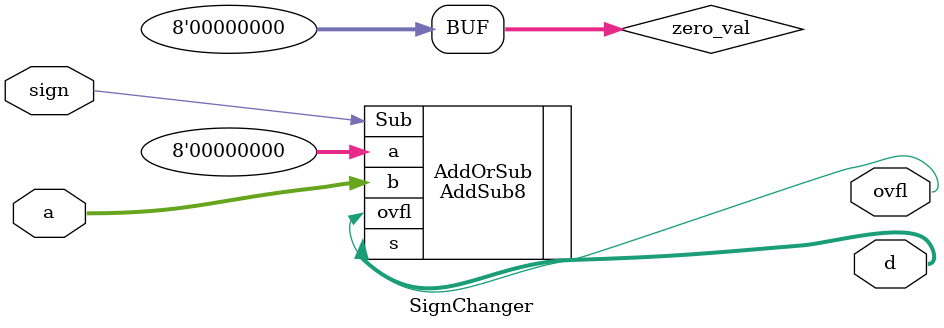
<source format=v>
`timescale 1ns / 1ps


// SignChanger Module (contains the inputs and outputs)
module SignChanger
(
    input [7:0] a,
    input sign,
    
    output [7:0] d,
    output ovfl
);

// A zero constant used as an operand in the adder/subtractor    
    wire [7:0] zero_val;
    assign zero_val = 8'b00000000;

// Instantiation for AddOrSub        
    AddSub8 AddOrSub(.a(zero_val), .b(a), .s(d), .Sub(sign), .ovfl(ovfl));

endmodule

</source>
